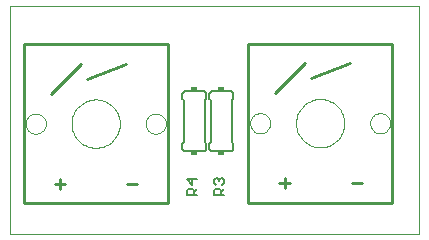
<source format=gto>
G75*
G70*
%OFA0B0*%
%FSLAX24Y24*%
%IPPOS*%
%LPD*%
%AMOC8*
5,1,8,0,0,1.08239X$1,22.5*
%
%ADD10C,0.0000*%
%ADD11C,0.0090*%
%ADD12C,0.0100*%
%ADD13C,0.0060*%
%ADD14R,0.0200X0.0150*%
%ADD15C,0.0050*%
D10*
X000805Y000555D02*
X000805Y008175D01*
X014422Y008175D01*
X014422Y000555D01*
X000805Y000555D01*
X001318Y004243D02*
X001320Y004279D01*
X001326Y004315D01*
X001336Y004350D01*
X001349Y004384D01*
X001366Y004416D01*
X001387Y004446D01*
X001410Y004474D01*
X001436Y004499D01*
X001465Y004521D01*
X001497Y004540D01*
X001530Y004555D01*
X001564Y004567D01*
X001600Y004575D01*
X001636Y004579D01*
X001672Y004579D01*
X001708Y004575D01*
X001744Y004567D01*
X001778Y004555D01*
X001811Y004540D01*
X001843Y004521D01*
X001872Y004499D01*
X001898Y004474D01*
X001921Y004446D01*
X001942Y004416D01*
X001959Y004384D01*
X001972Y004350D01*
X001982Y004315D01*
X001988Y004279D01*
X001990Y004243D01*
X001988Y004207D01*
X001982Y004171D01*
X001972Y004136D01*
X001959Y004102D01*
X001942Y004070D01*
X001921Y004040D01*
X001898Y004012D01*
X001872Y003987D01*
X001843Y003965D01*
X001811Y003946D01*
X001778Y003931D01*
X001744Y003919D01*
X001708Y003911D01*
X001672Y003907D01*
X001636Y003907D01*
X001600Y003911D01*
X001564Y003919D01*
X001530Y003931D01*
X001497Y003946D01*
X001465Y003965D01*
X001436Y003987D01*
X001410Y004012D01*
X001387Y004040D01*
X001366Y004070D01*
X001349Y004102D01*
X001336Y004136D01*
X001326Y004171D01*
X001320Y004207D01*
X001318Y004243D01*
X002849Y004243D02*
X002851Y004299D01*
X002857Y004355D01*
X002867Y004410D01*
X002880Y004465D01*
X002898Y004518D01*
X002919Y004570D01*
X002943Y004621D01*
X002971Y004670D01*
X003003Y004716D01*
X003037Y004760D01*
X003075Y004802D01*
X003115Y004841D01*
X003158Y004877D01*
X003204Y004910D01*
X003251Y004940D01*
X003301Y004967D01*
X003352Y004989D01*
X003405Y005009D01*
X003459Y005024D01*
X003514Y005036D01*
X003570Y005044D01*
X003626Y005048D01*
X003682Y005048D01*
X003738Y005044D01*
X003794Y005036D01*
X003849Y005024D01*
X003903Y005009D01*
X003956Y004989D01*
X004007Y004967D01*
X004056Y004940D01*
X004104Y004910D01*
X004150Y004877D01*
X004193Y004841D01*
X004233Y004802D01*
X004271Y004760D01*
X004305Y004716D01*
X004337Y004670D01*
X004365Y004621D01*
X004389Y004570D01*
X004410Y004518D01*
X004428Y004465D01*
X004441Y004410D01*
X004451Y004355D01*
X004457Y004299D01*
X004459Y004243D01*
X004457Y004187D01*
X004451Y004131D01*
X004441Y004076D01*
X004428Y004021D01*
X004410Y003968D01*
X004389Y003916D01*
X004365Y003865D01*
X004337Y003816D01*
X004305Y003770D01*
X004271Y003726D01*
X004233Y003684D01*
X004193Y003645D01*
X004150Y003609D01*
X004104Y003576D01*
X004057Y003546D01*
X004007Y003519D01*
X003956Y003497D01*
X003903Y003477D01*
X003849Y003462D01*
X003794Y003450D01*
X003738Y003442D01*
X003682Y003438D01*
X003626Y003438D01*
X003570Y003442D01*
X003514Y003450D01*
X003459Y003462D01*
X003405Y003477D01*
X003352Y003497D01*
X003301Y003519D01*
X003251Y003546D01*
X003204Y003576D01*
X003158Y003609D01*
X003115Y003645D01*
X003075Y003684D01*
X003037Y003726D01*
X003003Y003770D01*
X002971Y003816D01*
X002943Y003865D01*
X002919Y003916D01*
X002898Y003968D01*
X002880Y004021D01*
X002867Y004076D01*
X002857Y004131D01*
X002851Y004187D01*
X002849Y004243D01*
X005318Y004243D02*
X005320Y004279D01*
X005326Y004315D01*
X005336Y004350D01*
X005349Y004384D01*
X005366Y004416D01*
X005387Y004446D01*
X005410Y004474D01*
X005436Y004499D01*
X005465Y004521D01*
X005497Y004540D01*
X005530Y004555D01*
X005564Y004567D01*
X005600Y004575D01*
X005636Y004579D01*
X005672Y004579D01*
X005708Y004575D01*
X005744Y004567D01*
X005778Y004555D01*
X005811Y004540D01*
X005843Y004521D01*
X005872Y004499D01*
X005898Y004474D01*
X005921Y004446D01*
X005942Y004416D01*
X005959Y004384D01*
X005972Y004350D01*
X005982Y004315D01*
X005988Y004279D01*
X005990Y004243D01*
X005988Y004207D01*
X005982Y004171D01*
X005972Y004136D01*
X005959Y004102D01*
X005942Y004070D01*
X005921Y004040D01*
X005898Y004012D01*
X005872Y003987D01*
X005843Y003965D01*
X005811Y003946D01*
X005778Y003931D01*
X005744Y003919D01*
X005708Y003911D01*
X005672Y003907D01*
X005636Y003907D01*
X005600Y003911D01*
X005564Y003919D01*
X005530Y003931D01*
X005497Y003946D01*
X005465Y003965D01*
X005436Y003987D01*
X005410Y004012D01*
X005387Y004040D01*
X005366Y004070D01*
X005349Y004102D01*
X005336Y004136D01*
X005326Y004171D01*
X005320Y004207D01*
X005318Y004243D01*
X008800Y004255D02*
X008802Y004291D01*
X008808Y004327D01*
X008818Y004362D01*
X008831Y004396D01*
X008848Y004428D01*
X008869Y004458D01*
X008892Y004486D01*
X008918Y004511D01*
X008947Y004533D01*
X008979Y004552D01*
X009012Y004567D01*
X009046Y004579D01*
X009082Y004587D01*
X009118Y004591D01*
X009154Y004591D01*
X009190Y004587D01*
X009226Y004579D01*
X009260Y004567D01*
X009293Y004552D01*
X009325Y004533D01*
X009354Y004511D01*
X009380Y004486D01*
X009403Y004458D01*
X009424Y004428D01*
X009441Y004396D01*
X009454Y004362D01*
X009464Y004327D01*
X009470Y004291D01*
X009472Y004255D01*
X009470Y004219D01*
X009464Y004183D01*
X009454Y004148D01*
X009441Y004114D01*
X009424Y004082D01*
X009403Y004052D01*
X009380Y004024D01*
X009354Y003999D01*
X009325Y003977D01*
X009293Y003958D01*
X009260Y003943D01*
X009226Y003931D01*
X009190Y003923D01*
X009154Y003919D01*
X009118Y003919D01*
X009082Y003923D01*
X009046Y003931D01*
X009012Y003943D01*
X008979Y003958D01*
X008947Y003977D01*
X008918Y003999D01*
X008892Y004024D01*
X008869Y004052D01*
X008848Y004082D01*
X008831Y004114D01*
X008818Y004148D01*
X008808Y004183D01*
X008802Y004219D01*
X008800Y004255D01*
X010331Y004255D02*
X010333Y004311D01*
X010339Y004367D01*
X010349Y004422D01*
X010362Y004477D01*
X010380Y004530D01*
X010401Y004582D01*
X010425Y004633D01*
X010453Y004682D01*
X010485Y004728D01*
X010519Y004772D01*
X010557Y004814D01*
X010597Y004853D01*
X010640Y004889D01*
X010686Y004922D01*
X010733Y004952D01*
X010783Y004979D01*
X010834Y005001D01*
X010887Y005021D01*
X010941Y005036D01*
X010996Y005048D01*
X011052Y005056D01*
X011108Y005060D01*
X011164Y005060D01*
X011220Y005056D01*
X011276Y005048D01*
X011331Y005036D01*
X011385Y005021D01*
X011438Y005001D01*
X011489Y004979D01*
X011538Y004952D01*
X011586Y004922D01*
X011632Y004889D01*
X011675Y004853D01*
X011715Y004814D01*
X011753Y004772D01*
X011787Y004728D01*
X011819Y004682D01*
X011847Y004633D01*
X011871Y004582D01*
X011892Y004530D01*
X011910Y004477D01*
X011923Y004422D01*
X011933Y004367D01*
X011939Y004311D01*
X011941Y004255D01*
X011939Y004199D01*
X011933Y004143D01*
X011923Y004088D01*
X011910Y004033D01*
X011892Y003980D01*
X011871Y003928D01*
X011847Y003877D01*
X011819Y003828D01*
X011787Y003782D01*
X011753Y003738D01*
X011715Y003696D01*
X011675Y003657D01*
X011632Y003621D01*
X011586Y003588D01*
X011539Y003558D01*
X011489Y003531D01*
X011438Y003509D01*
X011385Y003489D01*
X011331Y003474D01*
X011276Y003462D01*
X011220Y003454D01*
X011164Y003450D01*
X011108Y003450D01*
X011052Y003454D01*
X010996Y003462D01*
X010941Y003474D01*
X010887Y003489D01*
X010834Y003509D01*
X010783Y003531D01*
X010733Y003558D01*
X010686Y003588D01*
X010640Y003621D01*
X010597Y003657D01*
X010557Y003696D01*
X010519Y003738D01*
X010485Y003782D01*
X010453Y003828D01*
X010425Y003877D01*
X010401Y003928D01*
X010380Y003980D01*
X010362Y004033D01*
X010349Y004088D01*
X010339Y004143D01*
X010333Y004199D01*
X010331Y004255D01*
X012800Y004255D02*
X012802Y004291D01*
X012808Y004327D01*
X012818Y004362D01*
X012831Y004396D01*
X012848Y004428D01*
X012869Y004458D01*
X012892Y004486D01*
X012918Y004511D01*
X012947Y004533D01*
X012979Y004552D01*
X013012Y004567D01*
X013046Y004579D01*
X013082Y004587D01*
X013118Y004591D01*
X013154Y004591D01*
X013190Y004587D01*
X013226Y004579D01*
X013260Y004567D01*
X013293Y004552D01*
X013325Y004533D01*
X013354Y004511D01*
X013380Y004486D01*
X013403Y004458D01*
X013424Y004428D01*
X013441Y004396D01*
X013454Y004362D01*
X013464Y004327D01*
X013470Y004291D01*
X013472Y004255D01*
X013470Y004219D01*
X013464Y004183D01*
X013454Y004148D01*
X013441Y004114D01*
X013424Y004082D01*
X013403Y004052D01*
X013380Y004024D01*
X013354Y003999D01*
X013325Y003977D01*
X013293Y003958D01*
X013260Y003943D01*
X013226Y003931D01*
X013190Y003923D01*
X013154Y003919D01*
X013118Y003919D01*
X013082Y003923D01*
X013046Y003931D01*
X013012Y003943D01*
X012979Y003958D01*
X012947Y003977D01*
X012918Y003999D01*
X012892Y004024D01*
X012869Y004052D01*
X012848Y004082D01*
X012831Y004114D01*
X012818Y004148D01*
X012808Y004183D01*
X012802Y004219D01*
X012800Y004255D01*
D11*
X009949Y002425D02*
X009949Y002085D01*
X009779Y002255D02*
X010119Y002255D01*
X012181Y002255D02*
X012521Y002255D01*
X005039Y002243D02*
X004699Y002243D01*
X002637Y002243D02*
X002297Y002243D01*
X002467Y002413D02*
X002467Y002073D01*
D12*
X001254Y001593D02*
X001254Y006893D01*
X006054Y006893D01*
X006054Y001593D01*
X001254Y001593D01*
X002154Y005243D02*
X003154Y006243D01*
X003354Y005743D02*
X004654Y006243D01*
X008736Y006905D02*
X008736Y001605D01*
X013536Y001605D01*
X013536Y006905D01*
X008736Y006905D01*
X009636Y005255D02*
X010636Y006255D01*
X010836Y005755D02*
X012136Y006255D01*
D13*
X008245Y005223D02*
X008245Y005073D01*
X008195Y005023D01*
X008195Y003623D01*
X008245Y003573D01*
X008245Y003423D01*
X008243Y003406D01*
X008239Y003389D01*
X008232Y003373D01*
X008222Y003359D01*
X008209Y003346D01*
X008195Y003336D01*
X008179Y003329D01*
X008162Y003325D01*
X008145Y003323D01*
X007545Y003323D01*
X007528Y003325D01*
X007511Y003329D01*
X007495Y003336D01*
X007481Y003346D01*
X007468Y003359D01*
X007458Y003373D01*
X007451Y003389D01*
X007447Y003406D01*
X007445Y003423D01*
X007445Y003573D01*
X007495Y003623D01*
X007495Y005023D01*
X007445Y005073D01*
X007445Y005223D01*
X007447Y005240D01*
X007451Y005257D01*
X007458Y005273D01*
X007468Y005287D01*
X007481Y005300D01*
X007495Y005310D01*
X007511Y005317D01*
X007528Y005321D01*
X007545Y005323D01*
X008145Y005323D01*
X008162Y005321D01*
X008179Y005317D01*
X008195Y005310D01*
X008209Y005300D01*
X008222Y005287D01*
X008232Y005273D01*
X008239Y005257D01*
X008243Y005240D01*
X008245Y005223D01*
X007344Y005227D02*
X007344Y005077D01*
X007294Y005027D01*
X007294Y003627D01*
X007344Y003577D01*
X007344Y003427D01*
X007342Y003410D01*
X007338Y003393D01*
X007331Y003377D01*
X007321Y003363D01*
X007308Y003350D01*
X007294Y003340D01*
X007278Y003333D01*
X007261Y003329D01*
X007244Y003327D01*
X006644Y003327D01*
X006627Y003329D01*
X006610Y003333D01*
X006594Y003340D01*
X006580Y003350D01*
X006567Y003363D01*
X006557Y003377D01*
X006550Y003393D01*
X006546Y003410D01*
X006544Y003427D01*
X006544Y003577D01*
X006594Y003627D01*
X006594Y005027D01*
X006544Y005077D01*
X006544Y005227D01*
X006546Y005244D01*
X006550Y005261D01*
X006557Y005277D01*
X006567Y005291D01*
X006580Y005304D01*
X006594Y005314D01*
X006610Y005321D01*
X006627Y005325D01*
X006644Y005327D01*
X007244Y005327D01*
X007261Y005325D01*
X007278Y005321D01*
X007294Y005314D01*
X007308Y005304D01*
X007321Y005291D01*
X007331Y005277D01*
X007338Y005261D01*
X007342Y005244D01*
X007344Y005227D01*
D14*
X006944Y005402D03*
X007845Y005398D03*
X007845Y003248D03*
X006944Y003252D03*
D15*
X006864Y002438D02*
X006864Y002211D01*
X006694Y002381D01*
X007034Y002381D01*
X007034Y002079D02*
X006921Y001965D01*
X006921Y002022D02*
X006921Y001852D01*
X007034Y001852D02*
X006694Y001852D01*
X006694Y002022D01*
X006750Y002079D01*
X006864Y002079D01*
X006921Y002022D01*
X007595Y002018D02*
X007595Y001848D01*
X007935Y001848D01*
X007822Y001848D02*
X007822Y002018D01*
X007765Y002075D01*
X007651Y002075D01*
X007595Y002018D01*
X007822Y001961D02*
X007935Y002075D01*
X007878Y002207D02*
X007935Y002264D01*
X007935Y002377D01*
X007878Y002434D01*
X007822Y002434D01*
X007765Y002377D01*
X007765Y002321D01*
X007765Y002377D02*
X007708Y002434D01*
X007651Y002434D01*
X007595Y002377D01*
X007595Y002264D01*
X007651Y002207D01*
M02*

</source>
